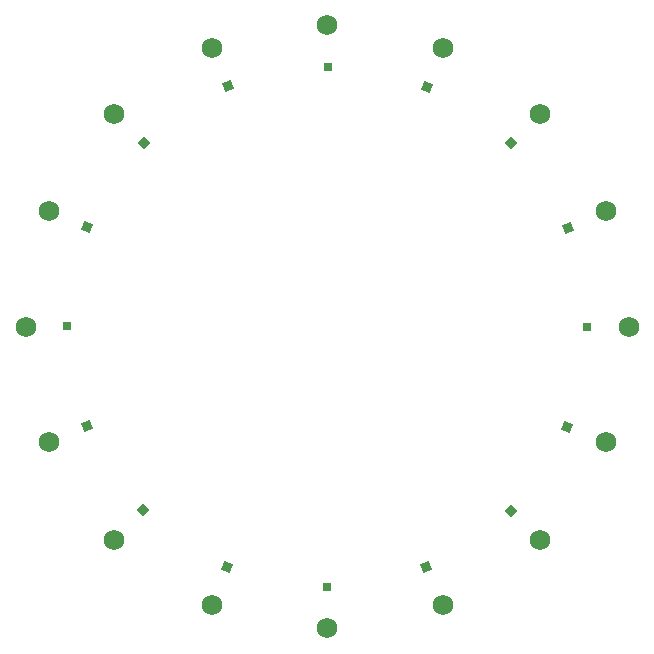
<source format=gts>
%FSLAX24Y24*%
%MOIN*%
G70*
G01*
G75*
G04 Layer_Color=8388736*
%ADD10R,0.0315X0.0315*%
%ADD11P,0.0445X4X337.5*%
%ADD12P,0.0445X4X360.0*%
%ADD13P,0.0445X4X382.5*%
%ADD14R,0.0315X0.0315*%
%ADD15P,0.0445X4X67.5*%
%ADD16P,0.0445X4X90.0*%
%ADD17P,0.0445X4X112.5*%
%ADD18C,0.0004*%
%ADD19C,0.0600*%
%ADD20C,0.0680*%
D10*
X-8661Y20D02*
D03*
X8661Y-20D02*
D03*
D11*
X-8010Y-3296D02*
D03*
X8010Y3296D02*
D03*
D12*
X-6138Y-6111D02*
D03*
X6138Y6111D02*
D03*
D13*
X-3333Y-7995D02*
D03*
X3333Y7995D02*
D03*
D14*
X-20Y-8661D02*
D03*
X20Y8661D02*
D03*
D15*
X3296Y-8010D02*
D03*
X-3296Y8010D02*
D03*
D16*
X6111Y-6138D02*
D03*
X-6111Y6138D02*
D03*
D17*
X7995Y-3333D02*
D03*
X-7995Y3333D02*
D03*
D20*
X-9285Y3846D02*
D03*
X-7106Y7106D02*
D03*
X-3846Y9285D02*
D03*
X0Y10050D02*
D03*
X3846Y9285D02*
D03*
X7106Y7106D02*
D03*
X9285Y3846D02*
D03*
X10050Y-0D02*
D03*
X9285Y-3846D02*
D03*
X7106Y-7106D02*
D03*
X3846Y-9285D02*
D03*
X-0Y-10050D02*
D03*
X-3846Y-9285D02*
D03*
X-7106Y-7106D02*
D03*
X-9285Y-3846D02*
D03*
X-10050Y0D02*
D03*
M02*

</source>
